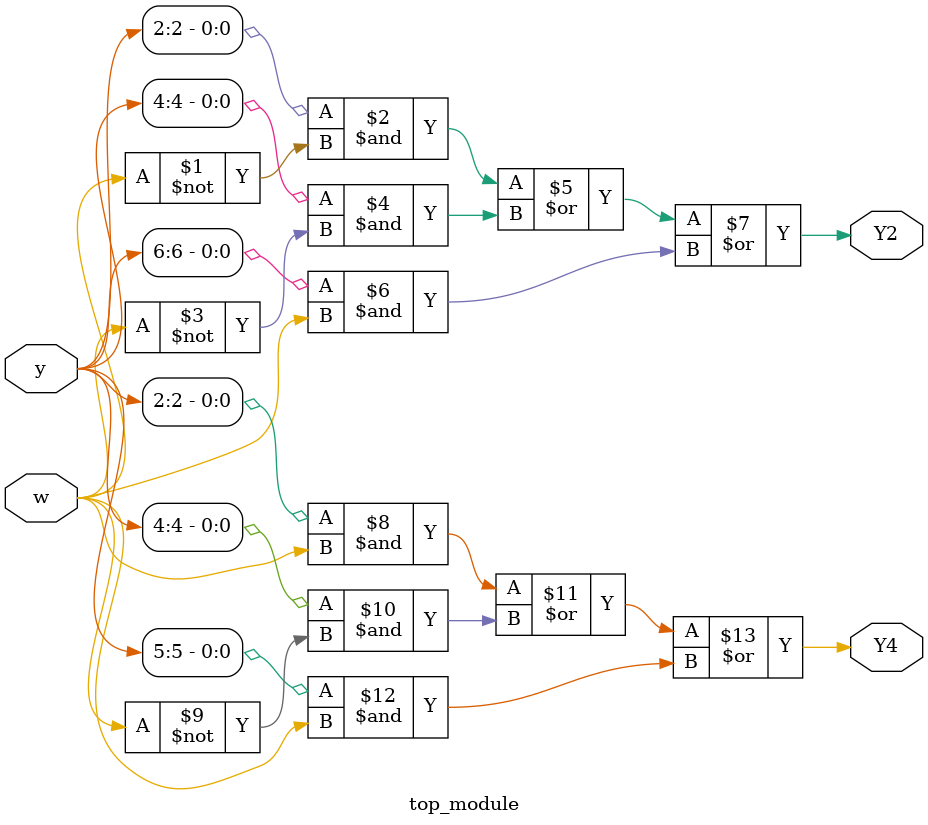
<source format=sv>
module top_module (
    input [6:1] y,
    input w,
    output Y2,
    output Y4
);

// Next-state logic for y[2] (state B and C)
assign Y2 = (y[2] & ~w) | (y[4] & ~w) | (y[6] & w);

// Next-state logic for y[4] (state D and E)
assign Y4 = (y[2] & w) | (y[4] & ~w) | (y[5] & w);

endmodule

</source>
